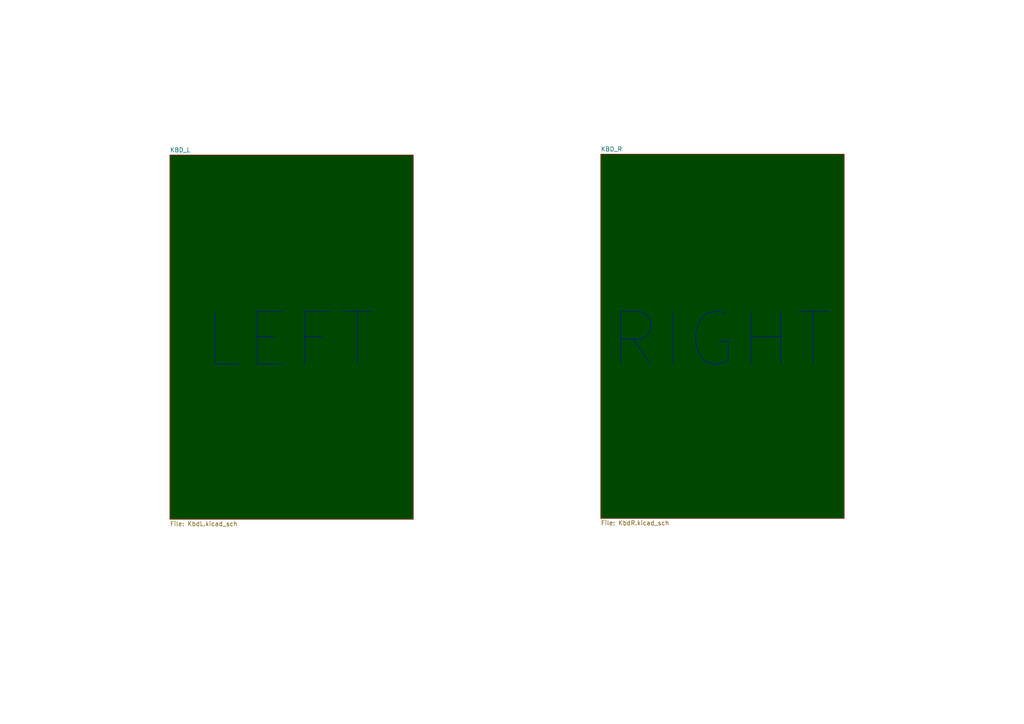
<source format=kicad_sch>
(kicad_sch
	(version 20231120)
	(generator "eeschema")
	(generator_version "8.0")
	(uuid "7d6715fb-1e77-4b7f-bc05-ec156d7f2ccd")
	(paper "A4")
	(title_block
		(title "Simple Keyboard")
		(date "2025-02-09")
		(rev "0")
		(company "Daniel Pérez (steewBSD)")
	)
	(lib_symbols)
	(text "RIGHT"
		(exclude_from_sim no)
		(at 209.042 98.806 0)
		(effects
			(font
				(size 15.24 15.24)
			)
		)
		(uuid "293e5884-3789-4499-b225-e76a84fa191f")
	)
	(text "LEFT"
		(exclude_from_sim no)
		(at 84.074 98.806 0)
		(effects
			(font
				(size 15.24 15.24)
			)
		)
		(uuid "5085c7eb-2418-41c9-8065-f9a419908044")
	)
	(sheet
		(at 174.244 44.704)
		(size 70.612 105.664)
		(fields_autoplaced yes)
		(stroke
			(width 0.1524)
			(type solid)
		)
		(fill
			(color 0 72 0 1.0000)
		)
		(uuid "006ad525-0e9b-4dbe-bfc5-b6bb7b59b94a")
		(property "Sheetname" "KBD_R"
			(at 174.244 43.9924 0)
			(effects
				(font
					(size 1.27 1.27)
				)
				(justify left bottom)
			)
		)
		(property "Sheetfile" "KbdR.kicad_sch"
			(at 174.244 150.9526 0)
			(effects
				(font
					(size 1.27 1.27)
				)
				(justify left top)
			)
		)
		(instances
			(project "sichergo"
				(path "/7d6715fb-1e77-4b7f-bc05-ec156d7f2ccd"
					(page "4")
				)
			)
		)
	)
	(sheet
		(at 49.276 44.958)
		(size 70.612 105.664)
		(fields_autoplaced yes)
		(stroke
			(width 0.1524)
			(type solid)
		)
		(fill
			(color 0 72 0 1.0000)
		)
		(uuid "83708fae-998d-4c1d-8b4c-c5f78cd3524c")
		(property "Sheetname" "KBD_L"
			(at 49.276 44.2464 0)
			(effects
				(font
					(size 1.27 1.27)
				)
				(justify left bottom)
			)
		)
		(property "Sheetfile" "KbdL.kicad_sch"
			(at 49.276 151.2066 0)
			(effects
				(font
					(size 1.27 1.27)
				)
				(justify left top)
			)
		)
		(instances
			(project "sichergo"
				(path "/7d6715fb-1e77-4b7f-bc05-ec156d7f2ccd"
					(page "3")
				)
			)
		)
	)
	(sheet_instances
		(path "/"
			(page "1")
		)
	)
)

</source>
